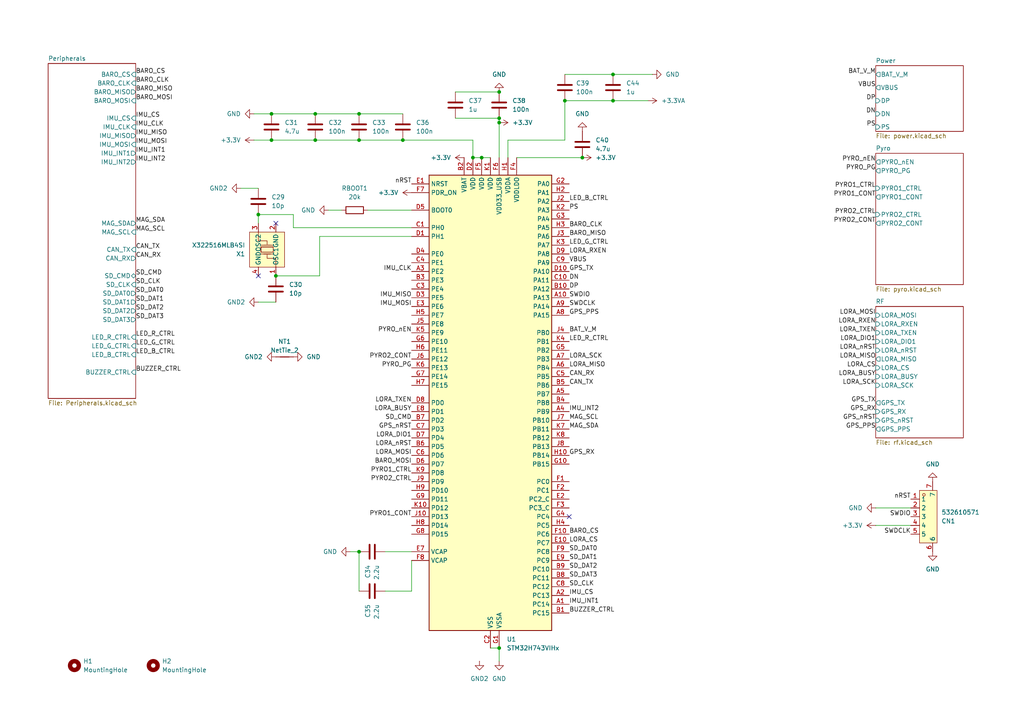
<source format=kicad_sch>
(kicad_sch (version 20231120) (generator "eeschema") (generator_version "8.0")
  (paper "A4")
  (lib_symbols
    (symbol "Device:C" (pin_numbers hide) (pin_names (offset 0.254))
      (property "Reference" "C" (at 0.635 2.54 0))
      (property "Value" "C" (at 0.635 -2.54 0))
      (symbol "C_0_1"
        (polyline (pts (xy -2.032 -0.762) (xy 2.032 -0.762)) (stroke (width 0.508)))
        (polyline (pts (xy -2.032 0.762) (xy 2.032 0.762)) (stroke (width 0.508)))
      )
      (symbol "C_1_1"
        (pin passive line (at 0 3.81 270) (length 2.794) (name "~") (number "1"))
        (pin passive line (at 0 -3.81 90) (length 2.794) (name "~") (number "2"))
      )
    )
    (symbol "Device:NetTie_2" (pin_numbers hide) (pin_names (offset 0) hide) (in_bom no)
      (property "Reference" "NT" (at 0 1.27 0))
      (property "Value" "NetTie_2" (at 0 -1.27 0))
      (symbol "NetTie_2_0_1"
        (polyline (pts (xy -1.27 0) (xy 1.27 0)) (stroke (width 0.254)))
      )
      (symbol "NetTie_2_1_1"
        (pin passive line (at -2.54 0 0) (length 2.54) (name "1") (number "1"))
        (pin passive line (at 2.54 0 180) (length 2.54) (name "2") (number "2"))
      )
    )
    (symbol "Device:R" (pin_numbers hide) (pin_names (offset 0))
      (property "Reference" "R" (at 2.032 0 90))
      (property "Value" "R" (at 0 0 90))
      (symbol "R_0_1"
        (rectangle (start -1.016 -2.54) (end 1.016 2.54) (stroke (width 0.254)))
      )
      (symbol "R_1_1"
        (pin passive line (at 0 3.81 270) (length 1.27) (name "~") (number "1"))
        (pin passive line (at 0 -3.81 90) (length 1.27) (name "~") (number "2"))
      )
    )
    (symbol "MCU_ST_STM32H7:STM32H743VIHx"
      (property "Reference" "U" (at -17.78 67.31 0))
      (property "Value" "STM32H743VIHx" (at 10.16 67.31 0))
      (symbol "STM32H743VIHx_0_1"
        (rectangle (start -17.78 -66.04) (end 17.78 66.04) (stroke (width 0.254)) (fill (type background)))
      )
      (symbol "STM32H743VIHx_1_1"
        (pin bidirectional line (at 22.86 -58.42 180) (length 5.08) (name "PC14") (number "A1"))
        (pin bidirectional line (at 22.86 30.48 180) (length 5.08) (name "PA13") (number "A10"))
        (pin bidirectional line (at 22.86 -55.88 180) (length 5.08) (name "PC13") (number "A2"))
        (pin bidirectional line (at -22.86 38.1 0) (length 5.08) (name "PE2") (number "A3"))
        (pin bidirectional line (at 22.86 -2.54 180) (length 5.08) (name "PB9") (number "A4"))
        (pin bidirectional line (at 22.86 2.54 180) (length 5.08) (name "PB7") (number "A5"))
        (pin bidirectional line (at 22.86 10.16 180) (length 5.08) (name "PB4") (number "A6"))
        (pin bidirectional line (at 22.86 12.7 180) (length 5.08) (name "PB3") (number "A7"))
        (pin bidirectional line (at 22.86 25.4 180) (length 5.08) (name "PA15") (number "A8"))
        (pin bidirectional line (at 22.86 27.94 180) (length 5.08) (name "PA14") (number "A9"))
        (pin bidirectional line (at 22.86 -60.96 180) (length 5.08) (name "PC15") (number "B1"))
        (pin bidirectional line (at 22.86 33.02 180) (length 5.08) (name "PA12") (number "B10"))
        (pin power_in line (at -7.62 71.12 270) (length 5.08) (name "VBAT") (number "B2"))
        (pin bidirectional line (at -22.86 35.56 0) (length 5.08) (name "PE3") (number "B3"))
        (pin bidirectional line (at 22.86 0 180) (length 5.08) (name "PB8") (number "B4"))
        (pin bidirectional line (at 22.86 5.08 180) (length 5.08) (name "PB6") (number "B5"))
        (pin bidirectional line (at -22.86 -12.7 0) (length 5.08) (name "PD5") (number "B6"))
        (pin bidirectional line (at -22.86 -5.08 0) (length 5.08) (name "PD2") (number "B7"))
        (pin bidirectional line (at 22.86 -50.8 180) (length 5.08) (name "PC11") (number "B8"))
        (pin bidirectional line (at 22.86 -48.26 180) (length 5.08) (name "PC10") (number "B9"))
        (pin bidirectional line (at -22.86 50.8 0) (length 5.08) (name "PH0") (number "C1"))
        (pin bidirectional line (at 22.86 35.56 180) (length 5.08) (name "PA11") (number "C10"))
        (pin power_in line (at 0 -71.12 90) (length 5.08) (name "VSS") (number "C2"))
        (pin bidirectional line (at -22.86 33.02 0) (length 5.08) (name "PE4") (number "C3"))
        (pin bidirectional line (at -22.86 40.64 0) (length 5.08) (name "PE1") (number "C4"))
        (pin bidirectional line (at 22.86 7.62 180) (length 5.08) (name "PB5") (number "C5"))
        (pin bidirectional line (at -22.86 -15.24 0) (length 5.08) (name "PD6") (number "C6"))
        (pin bidirectional line (at -22.86 -7.62 0) (length 5.08) (name "PD3") (number "C7"))
        (pin bidirectional line (at 22.86 -53.34 180) (length 5.08) (name "PC12") (number "C8"))
        (pin bidirectional line (at 22.86 40.64 180) (length 5.08) (name "PA9") (number "C9"))
        (pin bidirectional line (at -22.86 48.26 0) (length 5.08) (name "PH1") (number "D1"))
        (pin bidirectional line (at 22.86 38.1 180) (length 5.08) (name "PA10") (number "D10"))
        (pin power_in line (at -5.08 71.12 270) (length 5.08) (name "VDD") (number "D2"))
        (pin bidirectional line (at -22.86 30.48 0) (length 5.08) (name "PE5") (number "D3"))
        (pin bidirectional line (at -22.86 43.18 0) (length 5.08) (name "PE0") (number "D4"))
        (pin input line (at -22.86 55.88 0) (length 5.08) (name "BOOT0") (number "D5"))
        (pin bidirectional line (at -22.86 -17.78 0) (length 5.08) (name "PD7") (number "D6"))
        (pin bidirectional line (at -22.86 -10.16 0) (length 5.08) (name "PD4") (number "D7"))
        (pin bidirectional line (at -22.86 0 0) (length 5.08) (name "PD0") (number "D8"))
        (pin bidirectional line (at 22.86 43.18 180) (length 5.08) (name "PA8") (number "D9"))
        (pin input line (at -22.86 63.5 0) (length 5.08) (name "NRST") (number "E1"))
        (pin bidirectional line (at 22.86 -40.64 180) (length 5.08) (name "PC7") (number "E10"))
        (pin bidirectional line (at 22.86 -27.94 180) (length 5.08) (name "PC2_C") (number "E2"))
        (pin bidirectional line (at -22.86 27.94 0) (length 5.08) (name "PE6") (number "E3"))
        (pin passive line (at 0 -71.12 90) (length 5.08) hide (name "VSS") (number "E4"))
        (pin passive line (at 0 -71.12 90) (length 5.08) hide (name "VSS") (number "E5"))
        (pin passive line (at 0 -71.12 90) (length 5.08) hide (name "VSS") (number "E6"))
        (pin power_out line (at -22.86 -43.18 0) (length 5.08) (name "VCAP") (number "E7"))
        (pin bidirectional line (at -22.86 -2.54 0) (length 5.08) (name "PD1") (number "E8"))
        (pin bidirectional line (at 22.86 -45.72 180) (length 5.08) (name "PC9") (number "E9"))
        (pin bidirectional line (at 22.86 -22.86 180) (length 5.08) (name "PC0") (number "F1"))
        (pin bidirectional line (at 22.86 -38.1 180) (length 5.08) (name "PC6") (number "F10"))
        (pin bidirectional line (at 22.86 -25.4 180) (length 5.08) (name "PC1") (number "F2"))
        (pin bidirectional line (at 22.86 -30.48 180) (length 5.08) (name "PC3_C") (number "F3"))
        (pin power_in line (at 7.62 71.12 270) (length 5.08) (name "VDDLDO") (number "F4"))
        (pin power_in line (at -2.54 71.12 270) (length 5.08) (name "VDD") (number "F5"))
        (pin power_in line (at 2.54 71.12 270) (length 5.08) (name "VDD33_USB") (number "F6"))
        (pin input line (at -22.86 60.96 0) (length 5.08) (name "PDR_ON") (number "F7"))
        (pin power_out line (at -22.86 -45.72 0) (length 5.08) (name "VCAP") (number "F8"))
        (pin bidirectional line (at 22.86 -43.18 180) (length 5.08) (name "PC8") (number "F9"))
        (pin power_in line (at 2.54 -71.12 90) (length 5.08) (name "VSSA") (number "G1"))
        (pin bidirectional line (at 22.86 -17.78 180) (length 5.08) (name "PB15") (number "G10"))
        (pin bidirectional line (at 22.86 63.5 180) (length 5.08) (name "PA0") (number "G2"))
        (pin bidirectional line (at 22.86 53.34 180) (length 5.08) (name "PA4") (number "G3"))
        (pin bidirectional line (at 22.86 -33.02 180) (length 5.08) (name "PC4") (number "G4"))
        (pin bidirectional line (at 22.86 15.24 180) (length 5.08) (name "PB2") (number "G5"))
        (pin bidirectional line (at -22.86 17.78 0) (length 5.08) (name "PE10") (number "G6"))
        (pin bidirectional line (at -22.86 7.62 0) (length 5.08) (name "PE14") (number "G7"))
        (pin bidirectional line (at -22.86 -38.1 0) (length 5.08) (name "PD15") (number "G8"))
        (pin bidirectional line (at -22.86 -27.94 0) (length 5.08) (name "PD11") (number "G9"))
        (pin power_in line (at 5.08 71.12 270) (length 5.08) (name "VDDA") (number "H1"))
        (pin bidirectional line (at 22.86 -15.24 180) (length 5.08) (name "PB14") (number "H10"))
        (pin bidirectional line (at 22.86 60.96 180) (length 5.08) (name "PA1") (number "H2"))
        (pin bidirectional line (at 22.86 50.8 180) (length 5.08) (name "PA5") (number "H3"))
        (pin bidirectional line (at 22.86 -35.56 180) (length 5.08) (name "PC5") (number "H4"))
        (pin bidirectional line (at -22.86 25.4 0) (length 5.08) (name "PE7") (number "H5"))
        (pin bidirectional line (at -22.86 15.24 0) (length 5.08) (name "PE11") (number "H6"))
        (pin bidirectional line (at -22.86 5.08 0) (length 5.08) (name "PE15") (number "H7"))
        (pin bidirectional line (at -22.86 -35.56 0) (length 5.08) (name "PD14") (number "H8"))
        (pin bidirectional line (at -22.86 -25.4 0) (length 5.08) (name "PD10") (number "H9"))
        (pin passive line (at 0 -71.12 90) (length 5.08) hide (name "VSS") (number "J1"))
        (pin bidirectional line (at -22.86 -33.02 0) (length 5.08) (name "PD13") (number "J10"))
        (pin bidirectional line (at 22.86 58.42 180) (length 5.08) (name "PA2") (number "J2"))
        (pin bidirectional line (at 22.86 48.26 180) (length 5.08) (name "PA6") (number "J3"))
        (pin bidirectional line (at 22.86 20.32 180) (length 5.08) (name "PB0") (number "J4"))
        (pin bidirectional line (at -22.86 22.86 0) (length 5.08) (name "PE8") (number "J5"))
        (pin bidirectional line (at -22.86 12.7 0) (length 5.08) (name "PE12") (number "J6"))
        (pin bidirectional line (at 22.86 -5.08 180) (length 5.08) (name "PB10") (number "J7"))
        (pin bidirectional line (at 22.86 -12.7 180) (length 5.08) (name "PB13") (number "J8"))
        (pin bidirectional line (at -22.86 -22.86 0) (length 5.08) (name "PD9") (number "J9"))
        (pin power_in line (at 0 71.12 270) (length 5.08) (name "VDD") (number "K1"))
        (pin bidirectional line (at -22.86 -30.48 0) (length 5.08) (name "PD12") (number "K10"))
        (pin bidirectional line (at 22.86 55.88 180) (length 5.08) (name "PA3") (number "K2"))
        (pin bidirectional line (at 22.86 45.72 180) (length 5.08) (name "PA7") (number "K3"))
        (pin bidirectional line (at 22.86 17.78 180) (length 5.08) (name "PB1") (number "K4"))
        (pin bidirectional line (at -22.86 20.32 0) (length 5.08) (name "PE9") (number "K5"))
        (pin bidirectional line (at -22.86 10.16 0) (length 5.08) (name "PE13") (number "K6"))
        (pin bidirectional line (at 22.86 -7.62 180) (length 5.08) (name "PB11") (number "K7"))
        (pin bidirectional line (at 22.86 -10.16 180) (length 5.08) (name "PB12") (number "K8"))
        (pin bidirectional line (at -22.86 -20.32 0) (length 5.08) (name "PD8") (number "K9"))
      )
    )
    (symbol "Mechanical:MountingHole" (pin_names (offset 1.016)) (exclude_from_sim yes) (in_bom no)
      (property "Reference" "H" (at 0 5.08 0))
      (property "Value" "MountingHole" (at 0 3.175 0))
      (symbol "MountingHole_0_1"
        (circle (center 0 0) (radius 1.27) (stroke (width 1.27)))
      )
    )
    (symbol "Rocketry_Easyeda:532610571"
      (property "Reference" "CN" (at 0 15.24 0))
      (property "Value" "532610571" (at 0 -15.24 0))
      (symbol "532610571_0_1"
        (rectangle (start -1.27 7.62) (end 3.81 -7.62) (fill (type background)))
        (circle (center 0 6.35) (radius 0.38))
        (pin unspecified line (at -3.81 5.08 0) (length 2.54) (name "1") (number "1"))
        (pin unspecified line (at -3.81 2.54 0) (length 2.54) (name "2") (number "2"))
        (pin unspecified line (at -3.81 0 0) (length 2.54) (name "3") (number "3"))
        (pin unspecified line (at -3.81 -2.54 0) (length 2.54) (name "4") (number "4"))
        (pin unspecified line (at -3.81 -5.08 0) (length 2.54) (name "5") (number "5"))
        (pin unspecified line (at 2.54 -10.16 90) (length 2.54) (name "6") (number "6"))
        (pin unspecified line (at 2.54 10.16 270) (length 2.54) (name "7") (number "7"))
      )
    )
    (symbol "Rocketry_Easyeda:X322516MLB4SI"
      (property "Reference" "X" (at 0 7.62 0))
      (property "Value" "X322516MLB4SI" (at 0 -7.62 0))
      (symbol "X322516MLB4SI_0_1"
        (rectangle (start -5.08 5.08) (end 5.08 -5.08) (fill (type background)))
        (polyline (pts (xy -1.27 -1.78) (xy -1.27 1.78)))
        (polyline (pts (xy -1.27 -1.02) (xy -1.27 1.02)))
        (polyline (pts (xy 0.76 -1.78) (xy -0.76 -1.78)))
        (polyline (pts (xy 1.27 -1.78) (xy 1.27 1.78)))
        (polyline (pts (xy 1.27 -1.02) (xy 1.27 1.02)))
        (polyline (pts (xy -5.08 -2.54) (xy -2.54 -2.54) (xy -2.54 0) (xy -1.52 0)))
        (polyline (pts (xy -0.76 -1.78) (xy -0.76 1.78) (xy 0.76 1.78) (xy 0.76 -1.78)))
        (polyline (pts (xy 5.08 2.54) (xy 2.54 2.54) (xy 2.54 0) (xy 1.52 0)))
        (polyline (pts (xy 0.76 1.78) (xy 0.76 -1.78) (xy -0.76 -1.78) (xy -0.76 1.78) (xy 0.76 1.78)) (fill (type background)))
        (pin unspecified line (at -7.62 -2.54 0) (length 2.54) (name "OSC1") (number "1"))
        (pin unspecified line (at 7.62 -2.54 180) (length 2.54) (name "GND") (number "2"))
        (pin unspecified line (at 7.62 2.54 180) (length 2.54) (name "OSC2") (number "3"))
        (pin unspecified line (at -7.62 2.54 0) (length 2.54) (name "GND") (number "4"))
      )
    )
    (symbol "power:+3.3V" (power) (pin_numbers hide) (pin_names (offset 0) hide)
      (property "Value" "+3.3V" (at 0 3.556 0))
      (symbol "+3.3V_0_1"
        (polyline (pts (xy -0.762 1.27) (xy 0 2.54)))
        (polyline (pts (xy 0 0) (xy 0 2.54)))
        (polyline (pts (xy 0 2.54) (xy 0.762 1.27)))
      )
      (symbol "+3.3V_1_1"
        (pin power_in line (at 0 0 90) (length 0) (name "~") (number "1"))
      )
    )
    (symbol "power:+3.3VA" (power) (pin_numbers hide) (pin_names (offset 0) hide)
      (property "Value" "+3.3VA" (at 0 3.556 0))
      (symbol "+3.3VA_0_1"
        (polyline (pts (xy -0.762 1.27) (xy 0 2.54)))
        (polyline (pts (xy 0 0) (xy 0 2.54)))
        (polyline (pts (xy 0 2.54) (xy 0.762 1.27)))
      )
      (symbol "+3.3VA_1_1"
        (pin power_in line (at 0 0 90) (length 0) (name "~") (number "1"))
      )
    )
    (symbol "power:GND" (power) (pin_numbers hide) (pin_names (offset 0) hide)
      (property "Value" "GND" (at 0 -3.81 0))
      (symbol "GND_0_1"
        (polyline (pts (xy 0 0) (xy 0 -1.27) (xy 1.27 -1.27) (xy 0 -2.54) (xy -1.27 -1.27) (xy 0 -1.27)))
      )
      (symbol "GND_1_1"
        (pin power_in line (at 0 0 270) (length 0) (name "~") (number "1"))
      )
    )
    (symbol "power:GND2" (power) (pin_numbers hide) (pin_names (offset 0) hide)
      (property "Value" "GND2" (at 0 -3.81 0))
      (symbol "GND2_0_1"
        (polyline (pts (xy 0 0) (xy 0 -1.27) (xy 1.27 -1.27) (xy 0 -2.54) (xy -1.27 -1.27) (xy 0 -1.27)))
      )
      (symbol "GND2_1_1"
        (pin power_in line (at 0 0 270) (length 0) (name "~") (number "1"))
      )
    )
  )
  (junction (at 116.84 40.64))
  (junction (at 137.16 45.72))
  (junction (at 177.8 21.59))
  (junction (at 91.44 40.64))
  (junction (at 91.44 33.02))
  (junction (at 144.78 35.56))
  (junction (at 74.93 62.23))
  (junction (at 104.14 160.02))
  (junction (at 177.8 29.21))
  (junction (at 168.91 45.72))
  (junction (at 144.78 187.96))
  (junction (at 104.14 33.02))
  (junction (at 144.78 26.67))
  (junction (at 80.01 80.01))
  (junction (at 104.14 40.64))
  (junction (at 144.78 34.29))
  (junction (at 78.74 33.02))
  (junction (at 163.83 29.21))
  (junction (at 139.7 45.72))
  (junction (at 78.74 40.64))
  (no_connect (at 74.93 80.01))
  (no_connect (at 165.1 149.86))
  (no_connect (at 80.01 64.77))
  (wire (pts (xy 106.68 60.96) (xy 119.38 60.96)))
  (wire (pts (xy 73.66 40.64) (xy 78.74 40.64)))
  (wire (pts (xy 104.14 33.02) (xy 116.84 33.02)))
  (wire (pts (xy 119.38 171.45) (xy 119.38 162.56)))
  (wire (pts (xy 85.09 66.04) (xy 119.38 66.04)))
  (wire (pts (xy 73.66 33.02) (xy 78.74 33.02)))
  (wire (pts (xy 69.85 54.61) (xy 74.93 54.61)))
  (wire (pts (xy 74.93 62.23) (xy 85.09 62.23)))
  (wire (pts (xy 144.78 35.56) (xy 144.78 45.72)))
  (wire (pts (xy 91.44 33.02) (xy 104.14 33.02)))
  (wire (pts (xy 85.09 62.23) (xy 85.09 66.04)))
  (wire (pts (xy 74.93 87.63) (xy 80.01 87.63)))
  (wire (pts (xy 254 152.4) (xy 264.16 152.4)))
  (wire (pts (xy 78.74 33.02) (xy 91.44 33.02)))
  (wire (pts (xy 144.78 34.29) (xy 144.78 35.56)))
  (wire (pts (xy 139.7 45.72) (xy 142.24 45.72)))
  (wire (pts (xy 104.14 40.64) (xy 116.84 40.64)))
  (wire (pts (xy 92.71 80.01) (xy 80.01 80.01)))
  (wire (pts (xy 168.91 45.72) (xy 149.86 45.72)))
  (wire (pts (xy 132.08 34.29) (xy 144.78 34.29)))
  (wire (pts (xy 104.14 160.02) (xy 104.14 171.45)))
  (wire (pts (xy 137.16 40.64) (xy 137.16 45.72)))
  (wire (pts (xy 254 147.32) (xy 264.16 147.32)))
  (wire (pts (xy 78.74 40.64) (xy 91.44 40.64)))
  (wire (pts (xy 74.93 62.23) (xy 74.93 64.77)))
  (wire (pts (xy 137.16 45.72) (xy 139.7 45.72)))
  (wire (pts (xy 111.76 171.45) (xy 119.38 171.45)))
  (wire (pts (xy 142.24 187.96) (xy 144.78 187.96)))
  (wire (pts (xy 163.83 21.59) (xy 177.8 21.59)))
  (wire (pts (xy 177.8 29.21) (xy 187.96 29.21)))
  (wire (pts (xy 163.83 40.64) (xy 163.83 29.21)))
  (wire (pts (xy 101.6 160.02) (xy 104.14 160.02)))
  (wire (pts (xy 111.76 160.02) (xy 119.38 160.02)))
  (wire (pts (xy 147.32 40.64) (xy 147.32 45.72)))
  (wire (pts (xy 144.78 187.96) (xy 144.78 191.77)))
  (wire (pts (xy 177.8 21.59) (xy 189.23 21.59)))
  (wire (pts (xy 147.32 40.64) (xy 163.83 40.64)))
  (wire (pts (xy 163.83 29.21) (xy 177.8 29.21)))
  (wire (pts (xy 91.44 40.64) (xy 104.14 40.64)))
  (wire (pts (xy 116.84 40.64) (xy 137.16 40.64)))
  (wire (pts (xy 132.08 26.67) (xy 144.78 26.67)))
  (wire (pts (xy 95.25 60.96) (xy 99.06 60.96)))
  (wire (pts (xy 92.71 68.58) (xy 92.71 80.01)))
  (wire (pts (xy 119.38 68.58) (xy 92.71 68.58)))
  (label "LORA_MOSI" (at 119.38 132.08 180))
  (label "LED_G_CTRL" (at 39.37 100.33 0))
  (label "IMU_MISO" (at 119.38 86.36 180))
  (label "PYRO1_CONT" (at 119.38 149.86 180))
  (label "BARO_MISO" (at 39.37 26.67 0))
  (label "CAN_RX" (at 39.37 74.93 0))
  (label "BUZZER_CTRL" (at 39.37 107.95 0))
  (label "LORA_RXEN" (at 165.1 73.66 0))
  (label "PYRO1_CTRL" (at 254 54.61 180))
  (label "LORA_RXEN" (at 254 93.98 180))
  (label "SWDCLK" (at 165.1 88.9 0))
  (label "SD_DAT0" (at 39.37 85.09 0))
  (label "CAN_TX" (at 39.37 72.39 0))
  (label "PYRO_PG" (at 254 49.53 180))
  (label "nRST" (at 119.38 53.34 180))
  (label "BARO_CS" (at 39.37 21.59 0))
  (label "BARO_CLK" (at 39.37 24.13 0))
  (label "LORA_SCK" (at 165.1 104.14 0))
  (label "IMU_INT1" (at 39.37 44.45 0))
  (label "BAT_V_M" (at 165.1 96.52 0))
  (label "LORA_TXEN" (at 254 96.52 180))
  (label "IMU_CS" (at 39.37 34.29 0))
  (label "PYRO2_CTRL" (at 119.38 139.7 180))
  (label "PYRO_nEN" (at 119.38 96.52 180))
  (label "LORA_BUSY" (at 119.38 119.38 180))
  (label "IMU_INT2" (at 39.37 46.99 0))
  (label "SD_CMD" (at 39.37 80.01 0))
  (label "LED_R_CTRL" (at 165.1 99.06 0))
  (label "SWDIO" (at 264.16 149.86 180))
  (label "IMU_CLK" (at 39.37 36.83 0))
  (label "SD_DAT3" (at 165.1 167.64 0))
  (label "LORA_SCK" (at 254 111.76 180))
  (label "GPS_RX" (at 165.1 132.08 0))
  (label "BARO_MOSI" (at 119.38 134.62 180))
  (label "MAG_SDA" (at 165.1 124.46 0))
  (label "IMU_CLK" (at 119.38 78.74 180))
  (label "BUZZER_CTRL" (at 165.1 177.8 0))
  (label "IMU_MOSI" (at 39.37 41.91 0))
  (label "GPS_nRST" (at 254 121.92 180))
  (label "CAN_RX" (at 165.1 109.22 0))
  (label "LORA_nRST" (at 254 101.6 180))
  (label "MAG_SCL" (at 39.37 67.31 0))
  (label "BARO_MOSI" (at 39.37 29.21 0))
  (label "PS" (at 165.1 60.96 0))
  (label "PYRO_PG" (at 119.38 106.68 180))
  (label "LED_R_CTRL" (at 39.37 97.79 0))
  (label "VBUS" (at 165.1 76.2 0))
  (label "GPS_RX" (at 254 119.38 180))
  (label "SD_DAT1" (at 165.1 162.56 0))
  (label "PYRO2_CONT" (at 119.38 104.14 180))
  (label "IMU_INT1" (at 165.1 175.26 0))
  (label "LORA_MISO" (at 254 104.14 180))
  (label "SWDIO" (at 165.1 86.36 0))
  (label "GPS_PPS" (at 254 124.46 180))
  (label "DN" (at 165.1 81.28 0))
  (label "MAG_SCL" (at 165.1 121.92 0))
  (label "SWDCLK" (at 264.16 154.94 180))
  (label "BARO_CLK" (at 165.1 66.04 0))
  (label "CAN_TX" (at 165.1 111.76 0))
  (label "SD_DAT2" (at 165.1 165.1 0))
  (label "GPS_TX" (at 165.1 78.74 0))
  (label "IMU_INT2" (at 165.1 119.38 0))
  (label "BARO_CS" (at 165.1 154.94 0))
  (label "LORA_TXEN" (at 119.38 116.84 180))
  (label "BARO_MISO" (at 165.1 68.58 0))
  (label "SD_DAT3" (at 39.37 92.71 0))
  (label "LORA_nRST" (at 119.38 129.54 180))
  (label "VBUS" (at 254 25.4 180))
  (label "BAT_V_M" (at 254 21.59 180))
  (label "MAG_SDA" (at 39.37 64.77 0))
  (label "GPS_PPS" (at 165.1 91.44 0))
  (label "SD_DAT0" (at 165.1 160.02 0))
  (label "LORA_MISO" (at 165.1 106.68 0))
  (label "IMU_CS" (at 165.1 172.72 0))
  (label "PS" (at 254 36.83 180))
  (label "PYRO2_CONT" (at 254 64.77 180))
  (label "DP" (at 254 29.21 180))
  (label "LORA_MOSI" (at 254 91.44 180))
  (label "nRST" (at 264.16 144.78 180))
  (label "LORA_DIO1" (at 254 99.06 180))
  (label "SD_CLK" (at 39.37 82.55 0))
  (label "DP" (at 165.1 83.82 0))
  (label "LED_B_CTRL" (at 39.37 102.87 0))
  (label "GPS_TX" (at 254 116.84 180))
  (label "DN" (at 254 33.02 180))
  (label "SD_DAT2" (at 39.37 90.17 0))
  (label "LED_G_CTRL" (at 165.1 71.12 0))
  (label "LORA_CS" (at 165.1 157.48 0))
  (label "PYRO_nEN" (at 254 46.99 180))
  (label "PYRO1_CTRL" (at 119.38 137.16 180))
  (label "IMU_MOSI" (at 119.38 88.9 180))
  (label "SD_DAT1" (at 39.37 87.63 0))
  (label "PYRO1_CONT" (at 254 57.15 180))
  (label "SD_CMD" (at 119.38 121.92 180))
  (label "LORA_CS" (at 254 106.68 180))
  (label "GPS_nRST" (at 119.38 124.46 180))
  (label "LORA_DIO1" (at 119.38 127 180))
  (label "SD_CLK" (at 165.1 170.18 0))
  (label "PYRO2_CTRL" (at 254 62.23 180))
  (label "IMU_MISO" (at 39.37 39.37 0))
  (label "LED_B_CTRL" (at 165.1 58.42 0))
  (label "LORA_BUSY" (at 254 109.22 180))
  (symbol (lib_id "Device:C") (at 132.08 30.48 0) (unit 1)
    (property "Reference" "C37" (at 135.89 29.2099 0) (effects (justify left)))
    (property "Value" "1u" (at 135.89 31.7499 0) (effects (justify left)))
    (property "Footprint" "Capacitor_SMD:C_0402_1005Metric" (effects (hide yes)))
  )
  (symbol (lib_id "power:GND") (at 168.91 38.1 180) (unit 1)
    (property "Reference" "#PWR094" (effects (hide yes)))
    (property "Value" "GND" (at 168.91 33.02 0))
    (property "Description" "Power symbol creates a global label with name \"GND\" , ground" (effects (hide yes)))
  )
  (symbol (lib_id "Device:C") (at 78.74 36.83 0) (unit 1)
    (property "Reference" "C31" (at 82.55 35.5599 0) (effects (justify left)))
    (property "Value" "4.7u" (at 82.55 38.0999 0) (effects (justify left)))
    (property "Footprint" "Capacitor_SMD:C_0402_1005Metric" (effects (hide yes)))
  )
  (symbol (lib_id "power:+3.3V") (at 119.38 55.88 90) (unit 1)
    (property "Reference" "#PWR089" (effects (hide yes)))
    (property "Value" "+3.3V" (at 115.57 55.8799 90) (effects (justify left)))
    (property "Description" "Power symbol creates a global label with name \"+3.3V\"" (effects (hide yes)))
  )
  (symbol (lib_id "power:GND") (at 270.51 160.02 0) (unit 1)
    (property "Reference" "#PWR099" (effects (hide yes)))
    (property "Value" "GND" (at 270.51 165.1 0))
    (property "Description" "Power symbol creates a global label with name \"GND\" , ground" (effects (hide yes)))
  )
  (symbol (lib_id "power:+3.3V") (at 144.78 35.56 270) (unit 1)
    (property "Reference" "#PWR093" (effects (hide yes)))
    (property "Value" "+3.3V" (at 148.59 35.5599 90) (effects (justify left)))
    (property "Description" "Power symbol creates a global label with name \"+3.3V\"" (effects (hide yes)))
  )
  (symbol (lib_id "power:+3.3V") (at 134.62 45.72 90) (unit 1)
    (property "Reference" "#PWR090" (effects (hide yes)))
    (property "Value" "+3.3V" (at 130.81 45.7199 90) (effects (justify left)))
    (property "Description" "Power symbol creates a global label with name \"+3.3V\"" (effects (hide yes)))
  )
  (symbol (lib_id "power:GND") (at 101.6 160.02 270) (unit 1)
    (property "Reference" "#PWR088" (effects (hide yes)))
    (property "Value" "GND" (at 97.79 160.0199 90) (effects (justify right)))
    (property "Description" "Power symbol creates a global label with name \"GND\" , ground" (effects (hide yes)))
  )
  (symbol (lib_id "Device:C") (at 163.83 25.4 0) (unit 1)
    (property "Reference" "C39" (at 167.051 24.1299 0) (effects (justify left)))
    (property "Value" "100n" (at 167.051 26.6699 0) (effects (justify left)))
    (property "Footprint" "Capacitor_SMD:C_0402_1005Metric" (effects (hide yes)))
  )
  (symbol (lib_id "power:GND") (at 189.23 21.59 90) (unit 1)
    (property "Reference" "#PWR097" (effects (hide yes)))
    (property "Value" "GND" (at 193.04 21.5899 90) (effects (justify right)))
    (property "Description" "Power symbol creates a global label with name \"GND\" , ground" (effects (hide yes)))
  )
  (symbol (lib_id "Mechanical:MountingHole") (at 21.59 193.04 0) (unit 1) (exclude_from_sim yes) (in_bom no)
    (property "Reference" "H1" (at 24.13 191.7699 0) (effects (justify left)))
    (property "Value" "MountingHole" (at 24.13 194.3099 0) (effects (justify left)))
    (property "Footprint" "MountingHole:MountingHole_2.7mm_M2.5" (effects (hide yes)))
    (property "Description" "Mounting Hole without connection" (effects (hide yes)))
  )
  (symbol (lib_id "Device:C") (at 144.78 30.48 0) (unit 1)
    (property "Reference" "C38" (at 148.59 29.2099 0) (effects (justify left)))
    (property "Value" "100n" (at 148.59 31.7499 0) (effects (justify left)))
    (property "Footprint" "Capacitor_SMD:C_0402_1005Metric" (effects (hide yes)))
  )
  (symbol (lib_id "power:+3.3V") (at 73.66 40.64 90) (unit 1)
    (property "Reference" "#PWR086" (effects (hide yes)))
    (property "Value" "+3.3V" (at 69.85 40.6399 90) (effects (justify left)))
    (property "Description" "Power symbol creates a global label with name \"+3.3V\"" (effects (hide yes)))
  )
  (symbol (lib_id "power:GND2") (at 139.065 191.77 0) (unit 1)
    (property "Reference" "#PWR50" (effects (hide yes)))
    (property "Value" "GND2" (at 139.065 196.85 0))
    (property "Description" "Power symbol creates a global label with name \"GND2\" , ground" (effects (hide yes)))
  )
  (symbol (lib_id "power:GND") (at 95.25 60.96 270) (unit 1)
    (property "Reference" "#PWR087" (effects (hide yes)))
    (property "Value" "GND" (at 91.44 60.9599 90) (effects (justify right)))
    (property "Description" "Power symbol creates a global label with name \"GND\" , ground" (effects (hide yes)))
  )
  (symbol (lib_id "power:+3.3VA") (at 187.96 29.21 270) (unit 1)
    (property "Reference" "#PWR096" (effects (hide yes)))
    (property "Value" "+3.3VA" (at 191.77 29.2099 90) (effects (justify left)))
    (property "Description" "Power symbol creates a global label with name \"+3.3VA\"" (effects (hide yes)))
  )
  (symbol (lib_id "Mechanical:MountingHole") (at 44.45 193.04 0) (unit 1) (exclude_from_sim yes) (in_bom no)
    (property "Reference" "H2" (at 46.99 191.7699 0) (effects (justify left)))
    (property "Value" "MountingHole" (at 46.99 194.3099 0) (effects (justify left)))
    (property "Footprint" "MountingHole:MountingHole_2.7mm_M2.5" (effects (hide yes)))
    (property "Description" "Mounting Hole without connection" (effects (hide yes)))
  )
  (symbol (lib_id "Rocketry_Easyeda:X322516MLB4SI") (at 77.47 72.39 90) (unit 1)
    (property "Reference" "X1" (at 71.12 73.6601 90) (effects (justify left)))
    (property "Value" "X322516MLB4SI" (at 71.12 71.1201 90) (effects (justify left)))
    (property "Footprint" "Rocketry_Easyeda:OSC-SMD_4P-L3.2-W2.5-BL" (effects (hide yes)))
    (property "Datasheet" "https://lcsc.com/product-detail/SMD-Crystals_YSX321SL-16MHZ-9PF-10PPM-40-85_C13738.html" (effects (hide yes)))
    (property "LCSC Part" "C13738" (effects (hide yes)))
  )
  (symbol (lib_id "power:GND2") (at 74.93 87.63 270) (unit 1)
    (property "Reference" "#PWR39" (effects (hide yes)))
    (property "Value" "GND2" (at 71.12 87.6299 90) (effects (justify right)))
    (property "Description" "Power symbol creates a global label with name \"GND2\" , ground" (effects (hide yes)))
  )
  (symbol (lib_id "power:GND") (at 254 147.32 270) (unit 1)
    (property "Reference" "#PWR037" (effects (hide yes)))
    (property "Value" "GND" (at 250.19 147.3199 90) (effects (justify right)))
    (property "Description" "Power symbol creates a global label with name \"GND\" , ground" (effects (hide yes)))
  )
  (symbol (lib_id "Device:C") (at 107.95 171.45 90) (mirror x) (unit 1)
    (property "Reference" "C35" (at 106.6799 175.26 0) (effects (justify left)))
    (property "Value" "2.2u" (at 109.2199 175.26 0) (effects (justify left)))
    (property "Footprint" "Capacitor_SMD:C_0402_1005Metric" (effects (hide yes)))
  )
  (symbol (lib_id "power:+3.3V") (at 254 152.4 90) (unit 1)
    (property "Reference" "#PWR038" (effects (hide yes)))
    (property "Value" "+3.3V" (at 250.19 152.3999 90) (effects (justify left)))
    (property "Description" "Power symbol creates a global label with name \"+3.3V\"" (effects (hide yes)))
  )
  (symbol (lib_id "power:GND") (at 270.51 139.7 180) (unit 1)
    (property "Reference" "#PWR031" (effects (hide yes)))
    (property "Value" "GND" (at 270.51 134.62 0))
    (property "Description" "Power symbol creates a global label with name \"GND\" , ground" (effects (hide yes)))
  )
  (symbol (lib_id "Device:C") (at 104.14 36.83 0) (unit 1)
    (property "Reference" "C33" (at 107.95 35.5599 0) (effects (justify left)))
    (property "Value" "100n" (at 107.95 38.0999 0) (effects (justify left)))
    (property "Footprint" "Capacitor_SMD:C_0402_1005Metric" (effects (hide yes)))
  )
  (symbol (lib_id "power:GND") (at 85.09 103.505 90) (unit 1)
    (property "Reference" "#PWR73" (effects (hide yes)))
    (property "Value" "GND" (at 88.9 103.5049 90) (effects (justify right)))
    (property "Description" "Power symbol creates a global label with name \"GND\" , ground" (effects (hide yes)))
  )
  (symbol (lib_id "Device:C") (at 177.8 25.4 0) (unit 1)
    (property "Reference" "C44" (at 181.61 24.1299 0) (effects (justify left)))
    (property "Value" "1u" (at 181.61 26.6699 0) (effects (justify left)))
    (property "Footprint" "Capacitor_SMD:C_0402_1005Metric" (effects (hide yes)))
  )
  (symbol (lib_id "Device:C") (at 91.44 36.83 0) (unit 1)
    (property "Reference" "C32" (at 95.25 35.5599 0) (effects (justify left)))
    (property "Value" "100n" (at 95.25 38.0999 0) (effects (justify left)))
    (property "Footprint" "Capacitor_SMD:C_0402_1005Metric" (effects (hide yes)))
  )
  (symbol (lib_id "power:+3.3V") (at 168.91 45.72 270) (unit 1)
    (property "Reference" "#PWR095" (effects (hide yes)))
    (property "Value" "+3.3V" (at 172.72 45.7199 90) (effects (justify left)))
    (property "Description" "Power symbol creates a global label with name \"+3.3V\"" (effects (hide yes)))
  )
  (symbol (lib_id "Device:C") (at 80.01 83.82 0) (unit 1)
    (property "Reference" "C30" (at 83.82 82.5499 0) (effects (justify left)))
    (property "Value" "10p" (at 83.82 85.0899 0) (effects (justify left)))
    (property "Footprint" "Capacitor_SMD:C_0402_1005Metric" (effects (hide yes)))
  )
  (symbol (lib_id "power:GND") (at 73.66 33.02 270) (unit 1)
    (property "Reference" "#PWR064" (effects (hide yes)))
    (property "Value" "GND" (at 69.85 33.0199 90) (effects (justify right)))
    (property "Description" "Power symbol creates a global label with name \"GND\" , ground" (effects (hide yes)))
  )
  (symbol (lib_id "Device:C") (at 116.84 36.83 0) (unit 1)
    (property "Reference" "C36" (at 120.65 35.5599 0) (effects (justify left)))
    (property "Value" "100n" (at 120.65 38.0999 0) (effects (justify left)))
    (property "Footprint" "Capacitor_SMD:C_0402_1005Metric" (effects (hide yes)))
  )
  (symbol (lib_id "Device:C") (at 107.95 160.02 90) (mirror x) (unit 1)
    (property "Reference" "C34" (at 106.6799 163.83 0) (effects (justify left)))
    (property "Value" "2.2u" (at 109.2199 163.83 0) (effects (justify left)))
    (property "Footprint" "Capacitor_SMD:C_0402_1005Metric" (effects (hide yes)))
  )
  (symbol (lib_id "power:GND") (at 144.78 26.67 180) (unit 1)
    (property "Reference" "#PWR092" (effects (hide yes)))
    (property "Value" "GND" (at 144.78 21.59 0))
    (property "Description" "Power symbol creates a global label with name \"GND\" , ground" (effects (hide yes)))
  )
  (symbol (lib_id "power:GND2") (at 80.01 103.505 270) (unit 1)
    (property "Reference" "#PWR63" (effects (hide yes)))
    (property "Value" "GND2" (at 76.2 103.5049 90) (effects (justify right)))
    (property "Description" "Power symbol creates a global label with name \"GND2\" , ground" (effects (hide yes)))
  )
  (symbol (lib_id "Rocketry_Easyeda:532610571") (at 267.97 149.86 0) (unit 1)
    (property "Reference" "CN1" (at 273.05 151.1301 0) (effects (justify left)))
    (property "Value" "532610571" (at 273.05 148.5901 0) (effects (justify left)))
    (property "Footprint" "Rocketry_Easyeda:CONN-SMD_5P-P1.25_532610571-2" (effects (hide yes)))
    (property "Datasheet" "https://lcsc.com/product-detail/Wire-To-Board-Wire-To-Wire-Connector_MOLEX-532610571_C392176.html" (effects (hide yes)))
    (property "LCSC Part" "C392176" (effects (hide yes)))
  )
  (symbol (lib_id "power:GND") (at 144.78 191.77 0) (unit 1)
    (property "Reference" "#PWR091" (effects (hide yes)))
    (property "Value" "GND" (at 144.78 196.85 0))
    (property "Description" "Power symbol creates a global label with name \"GND\" , ground" (effects (hide yes)))
  )
  (symbol (lib_id "Device:R") (at 102.87 60.96 270) (unit 1)
    (property "Reference" "RBOOT1" (at 102.87 54.61 90))
    (property "Value" "20k" (at 102.87 57.15 90))
    (property "Footprint" "Resistor_SMD:R_0402_1005Metric" (effects (hide yes)))
  )
  (symbol (lib_id "Device:C") (at 168.91 41.91 0) (unit 1)
    (property "Reference" "C40" (at 172.72 40.6399 0) (effects (justify left)))
    (property "Value" "4.7u" (at 172.72 43.1799 0) (effects (justify left)))
    (property "Footprint" "Capacitor_SMD:C_0402_1005Metric" (effects (hide yes)))
  )
  (symbol (lib_id "MCU_ST_STM32H7:STM32H743VIHx") (at 142.24 116.84 0) (unit 1)
    (property "Reference" "U1" (at 146.9741 185.42 0) (effects (justify left)))
    (property "Value" "STM32H743VIHx" (at 146.9741 187.96 0) (effects (justify left)))
    (property "Footprint" "Package_BGA:TFBGA-100_8x8mm_Layout10x10_P0.8mm" (effects (hide yes)))
    (property "Datasheet" "https://www.st.com/resource/en/datasheet/stm32h743vi.pdf" (effects (hide yes)))
    (property "Description" "STMicroelectronics Arm Cortex-M7 MCU, 2048KB flash, 1024KB RAM, 480 MHz, 1.71-3.6V, 82 GPIO, TFBGA100" (effects (hide yes)))
  )
  (symbol (lib_id "Device:C") (at 74.93 58.42 0) (unit 1)
    (property "Reference" "C29" (at 78.74 57.1499 0) (effects (justify left)))
    (property "Value" "10p" (at 78.74 59.6899 0) (effects (justify left)))
    (property "Footprint" "Capacitor_SMD:C_0402_1005Metric" (effects (hide yes)))
  )
  (symbol (lib_id "power:GND2") (at 69.85 54.61 270) (unit 1)
    (property "Reference" "#PWR49" (effects (hide yes)))
    (property "Value" "GND2" (at 66.04 54.6099 90) (effects (justify right)))
    (property "Description" "Power symbol creates a global label with name \"GND2\" , ground" (effects (hide yes)))
  )
  (symbol (lib_id "Device:NetTie_2") (at 82.55 103.505 0) (unit 1) (in_bom no)
    (property "Reference" "NT1" (at 82.55 99.06 0))
    (property "Value" "NetTie_2" (at 82.55 101.6 0))
    (property "Footprint" "NetTie:NetTie-2_SMD_Pad0.5mm" (effects (hide yes)))
    (property "Description" "Net tie, 2 pins" (effects (hide yes)))
  )
  (sheet (at 254 19.05) (size 25.4 19.05) (stroke (width 0.1524))
    (property "Sheetname" "Power" (at 254 18.3384 0) (effects (justify left bottom)))
    (property "Sheetfile" "power.kicad_sch" (at 254 38.6846 0) (effects (justify left top)))
    (pin "BAT_V_M" output (at 254 21.59 180))
    (pin "VBUS" output (at 254 25.4 180))
    (pin "DP" input (at 254 29.21 180))
    (pin "DN" input (at 254 33.02 180))
    (pin "PS" input (at 254 36.83 180))
  )
  (sheet (at 254 88.9) (size 25.4 38.1) (stroke (width 0.1524))
    (property "Sheetname" "RF" (at 254 88.1884 0) (effects (justify left bottom)))
    (property "Sheetfile" "rf.kicad_sch" (at 254 127.5846 0) (effects (justify left top)))
    (pin "LORA_nRST" input (at 254 101.6 180))
    (pin "GPS_RX" input (at 254 119.38 180))
    (pin "GPS_nRST" input (at 254 121.92 180))
    (pin "LORA_MOSI" input (at 254 91.44 180))
    (pin "LORA_MISO" output (at 254 104.14 180))
    (pin "LORA_CS" input (at 254 106.68 180))
    (pin "LORA_BUSY" input (at 254 109.22 180))
    (pin "LORA_SCK" input (at 254 111.76 180))
    (pin "LORA_DIO1" input (at 254 99.06 180))
    (pin "LORA_TXEN" input (at 254 96.52 180))
    (pin "LORA_RXEN" input (at 254 93.98 180))
    (pin "GPS_TX" output (at 254 116.84 180))
    (pin "GPS_PPS" output (at 254 124.46 180))
  )
  (sheet (at 13.97 18.415) (size 25.4 97.155) (stroke (width 0.1524))
    (property "Sheetname" "Peripherals" (at 13.97 17.7034 0) (effects (justify left bottom)))
    (property "Sheetfile" "Peripherals.kicad_sch" (at 13.97 116.1546 0) (effects (justify left top)))
    (pin "BARO_CS" input (at 39.37 21.59 0))
    (pin "BARO_MISO" output (at 39.37 26.67 0))
    (pin "BARO_MOSI" input (at 39.37 29.21 0))
    (pin "BARO_CLK" input (at 39.37 24.13 0))
    (pin "CAN_TX" input (at 39.37 72.39 0))
    (pin "CAN_RX" output (at 39.37 74.93 0))
    (pin "MAG_SDA" output (at 39.37 64.77 0))
    (pin "MAG_SCL" input (at 39.37 67.31 0))
    (pin "IMU_INT2" output (at 39.37 46.99 0))
    (pin "IMU_CS" input (at 39.37 34.29 0))
    (pin "IMU_MOSI" input (at 39.37 41.91 0))
    (pin "LED_B_CTRL" input (at 39.37 102.87 0))
    (pin "LED_G_CTRL" input (at 39.37 100.33 0))
    (pin "LED_R_CTRL" input (at 39.37 97.79 0))
    (pin "IMU_INT1" output (at 39.37 44.45 0))
    (pin "IMU_MISO" output (at 39.37 39.37 0))
    (pin "BUZZER_CTRL" input (at 39.37 107.95 0))
    (pin "SD_CLK" input (at 39.37 82.55 0))
    (pin "SD_DAT2" output (at 39.37 90.17 0))
    (pin "SD_DAT3" output (at 39.37 92.71 0))
    (pin "SD_CMD" bidirectional (at 39.37 80.01 0))
    (pin "SD_DAT1" output (at 39.37 87.63 0))
    (pin "SD_DAT0" output (at 39.37 85.09 0))
    (pin "IMU_CLK" input (at 39.37 36.83 0))
  )
  (sheet (at 254 44.45) (size 25.4 38.1) (stroke (width 0.1524))
    (property "Sheetname" "Pyro" (at 254 43.7384 0) (effects (justify left bottom)))
    (property "Sheetfile" "pyro.kicad_sch" (at 254 83.1346 0) (effects (justify left top)))
    (pin "PYRO2_CONT" output (at 254 64.77 180))
    (pin "PYRO1_CONT" output (at 254 57.15 180))
    (pin "PYRO1_CTRL" input (at 254 54.61 180))
    (pin "PYRO2_CTRL" input (at 254 62.23 180))
    (pin "PYRO_nEN" output (at 254 46.99 180))
    (pin "PYRO_PG" output (at 254 49.53 180))
  )
)
</source>
